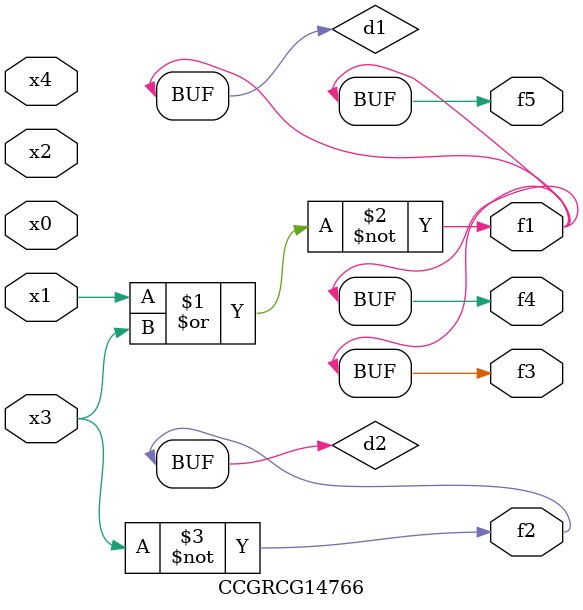
<source format=v>
module CCGRCG14766(
	input x0, x1, x2, x3, x4,
	output f1, f2, f3, f4, f5
);

	wire d1, d2;

	nor (d1, x1, x3);
	not (d2, x3);
	assign f1 = d1;
	assign f2 = d2;
	assign f3 = d1;
	assign f4 = d1;
	assign f5 = d1;
endmodule

</source>
